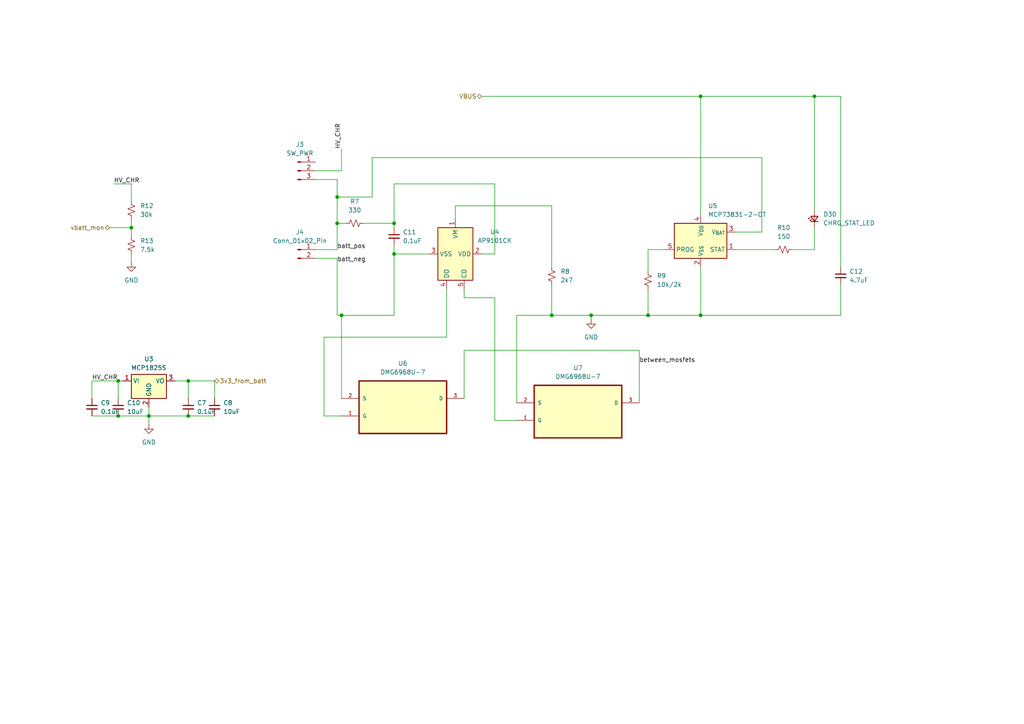
<source format=kicad_sch>
(kicad_sch (version 20250114) (generator "eeschema") (generator_version "9.0")
  (paper "A4")
  (lib_symbols
    (symbol "Battery_Management:AP9101CK"
      (property "Reference" "U" (at -7.62 6.35 0))
      (property "Value" "AP9101CK" (at 6.35 6.35 0))
      (symbol "AP9101CK_0_1"
        (rectangle (start -7.62 5.08) (end 7.62 -5.08) (stroke (width 0.254)) (fill (type background)))
      )
      (symbol "AP9101CK_1_1"
        (pin passive line (at -10.16 0 0) (length 2.54) (name "VM") (number "1"))
        (pin power_in line (at 0 7.62 270) (length 2.54) (name "VDD") (number "2"))
        (pin power_in line (at 0 -7.62 90) (length 2.54) (name "VSS") (number "3"))
        (pin output line (at 10.16 2.54 180) (length 2.54) (name "CO") (number "5"))
        (pin output line (at 10.16 -2.54 180) (length 2.54) (name "DO") (number "4"))
      )
    )
    (symbol "Battery_Management:MCP73831-2-OT"
      (property "Reference" "U" (at -7.62 6.35 0))
      (property "Value" "MCP73831-2-OT" (at 1.27 6.35 0))
      (symbol "MCP73831-2-OT_0_1"
        (rectangle (start -7.62 5.08) (end 7.62 -5.08) (stroke (width 0.254)) (fill (type background)))
      )
      (symbol "MCP73831-2-OT_1_1"
        (pin input line (at -10.16 -2.54 0) (length 2.54) (name "PROG") (number "5"))
        (pin power_in line (at 0 7.62 270) (length 2.54) (name "V_{DD}") (number "4"))
        (pin power_in line (at 0 -7.62 90) (length 2.54) (name "V_{SS}") (number "2"))
        (pin power_out line (at 10.16 2.54 180) (length 2.54) (name "V_{BAT}") (number "3"))
        (pin tri_state line (at 10.16 -2.54 180) (length 2.54) (name "STAT") (number "1"))
      )
    )
    (symbol "Connector:Conn_01x02_Pin" (pin_names (offset 1.016) (hide yes))
      (property "Reference" "J" (at 0 2.54 0))
      (property "Value" "Conn_01x02_Pin" (at 0 -5.08 0))
      (symbol "Conn_01x02_Pin_1_1"
        (rectangle (start 0.8636 0.127) (end 0 -0.127) (stroke (width 0.1524)) (fill (type outline)))
        (rectangle (start 0.8636 -2.413) (end 0 -2.667) (stroke (width 0.1524)) (fill (type outline)))
        (polyline (pts (xy 1.27 0) (xy 0.8636 0)) (stroke (width 0.1524)))
        (polyline (pts (xy 1.27 -2.54) (xy 0.8636 -2.54)) (stroke (width 0.1524)))
        (pin passive line (at 5.08 0 180) (length 3.81) (name "Pin_1") (number "1"))
        (pin passive line (at 5.08 -2.54 180) (length 3.81) (name "Pin_2") (number "2"))
      )
    )
    (symbol "Connector:Conn_01x03_Pin" (pin_names (offset 1.016) (hide yes))
      (property "Reference" "J" (at 0 5.08 0))
      (property "Value" "Conn_01x03_Pin" (at 0 -5.08 0))
      (symbol "Conn_01x03_Pin_1_1"
        (rectangle (start 0.8636 2.667) (end 0 2.413) (stroke (width 0.1524)) (fill (type outline)))
        (rectangle (start 0.8636 0.127) (end 0 -0.127) (stroke (width 0.1524)) (fill (type outline)))
        (rectangle (start 0.8636 -2.413) (end 0 -2.667) (stroke (width 0.1524)) (fill (type outline)))
        (polyline (pts (xy 1.27 2.54) (xy 0.8636 2.54)) (stroke (width 0.1524)))
        (polyline (pts (xy 1.27 0) (xy 0.8636 0)) (stroke (width 0.1524)))
        (polyline (pts (xy 1.27 -2.54) (xy 0.8636 -2.54)) (stroke (width 0.1524)))
        (pin passive line (at 5.08 2.54 180) (length 3.81) (name "Pin_1") (number "1"))
        (pin passive line (at 5.08 0 180) (length 3.81) (name "Pin_2") (number "2"))
        (pin passive line (at 5.08 -2.54 180) (length 3.81) (name "Pin_3") (number "3"))
      )
    )
    (symbol "DMG6968U-7:DMG6968U-7" (pin_names (offset 1.016))
      (property "Reference" "U" (at -5.3641 9.1266 0))
      (property "Value" "DMG6968U-7" (at -4.4977 -15.8054 0))
      (symbol "DMG6968U-7_0_0"
        (rectangle (start -12.7 -10.16) (end 12.7 5.08) (stroke (width 0.4064)) (fill (type background)))
        (pin passive line (at -17.78 0 0) (length 5.08) (name "S") (number "2"))
        (pin power_in line (at -17.78 -5.08 0) (length 5.08) (name "G") (number "1"))
        (pin output line (at 17.78 0 180) (length 5.08) (name "D") (number "3"))
      )
    )
    (symbol "Device:C_Small" (pin_numbers (hide yes)) (pin_names (offset 0.254) (hide yes))
      (property "Reference" "C" (at 0.254 1.778 0))
      (property "Value" "C_Small" (at 0.254 -2.032 0))
      (symbol "C_Small_0_1"
        (polyline (pts (xy -1.524 0.508) (xy 1.524 0.508)) (stroke (width 0.3048)))
        (polyline (pts (xy -1.524 -0.508) (xy 1.524 -0.508)) (stroke (width 0.3302)))
      )
      (symbol "C_Small_1_1"
        (pin passive line (at 0 2.54 270) (length 2.032) (name "~") (number "1"))
        (pin passive line (at 0 -2.54 90) (length 2.032) (name "~") (number "2"))
      )
    )
    (symbol "Device:LED_Small" (pin_numbers (hide yes)) (pin_names (offset 0.254) (hide yes))
      (property "Reference" "D" (at -1.27 3.175 0))
      (property "Value" "LED_Small" (at -4.445 -2.54 0))
      (symbol "LED_Small_0_1"
        (polyline (pts (xy -0.762 -1.016) (xy -0.762 1.016)) (stroke (width 0.254)))
        (polyline (pts (xy 0 0.762) (xy -0.508 1.27) (xy -0.254 1.27) (xy -0.508 1.27) (xy -0.508 1.016)))
        (polyline (pts (xy 0.508 1.27) (xy 0 1.778) (xy 0.254 1.778) (xy 0 1.778) (xy 0 1.524)))
        (polyline (pts (xy 0.762 -1.016) (xy -0.762 0) (xy 0.762 1.016) (xy 0.762 -1.016)) (stroke (width 0.254)))
        (polyline (pts (xy 1.016 0) (xy -0.762 0)))
      )
      (symbol "LED_Small_1_1"
        (pin passive line (at -2.54 0 0) (length 1.778) (name "K") (number "1"))
        (pin passive line (at 2.54 0 180) (length 1.778) (name "A") (number "2"))
      )
    )
    (symbol "Device:R_Small_US" (pin_numbers (hide yes)) (pin_names (offset 0.254) (hide yes))
      (property "Reference" "R" (at 0.762 0.508 0))
      (property "Value" "R_Small_US" (at 0.762 -1.016 0))
      (symbol "R_Small_US_1_1"
        (polyline (pts (xy 0 1.524) (xy 1.016 1.143) (xy 0 0.762) (xy -1.016 0.381) (xy 0 0)))
        (polyline (pts (xy 0 0) (xy 1.016 -0.381) (xy 0 -0.762) (xy -1.016 -1.143) (xy 0 -1.524)))
        (pin passive line (at 0 2.54 270) (length 1.016) (name "~") (number "1"))
        (pin passive line (at 0 -2.54 90) (length 1.016) (name "~") (number "2"))
      )
    )
    (symbol "Regulator_Linear:MCP1825S"
      (property "Reference" "U" (at -3.81 3.175 0))
      (property "Value" "MCP1825S" (at 0 3.175 0))
      (symbol "MCP1825S_0_1"
        (rectangle (start -5.08 1.905) (end 5.08 -5.08) (stroke (width 0.254)) (fill (type background)))
      )
      (symbol "MCP1825S_1_1"
        (pin power_in line (at -7.62 0 0) (length 2.54) (name "VI") (number "1"))
        (pin power_in line (at 0 -7.62 90) (length 2.54) (name "GND") (number "2"))
        (pin power_out line (at 7.62 0 180) (length 2.54) (name "VO") (number "3"))
      )
    )
    (symbol "power:GND" (power) (pin_numbers (hide yes)) (pin_names (offset 0) (hide yes))
      (property "Value" "GND" (at 0 -3.81 0))
      (symbol "GND_0_1"
        (polyline (pts (xy 0 0) (xy 0 -1.27) (xy 1.27 -1.27) (xy 0 -2.54) (xy -1.27 -1.27) (xy 0 -1.27)))
      )
      (symbol "GND_1_1"
        (pin power_in line (at 0 0 270) (length 0) (name "~") (number "1"))
      )
    )
  )
  (junction (at 187.96 91.44))
  (junction (at 43.18 120.65))
  (junction (at 54.61 120.65))
  (junction (at 114.3 73.66))
  (junction (at 203.2 27.94))
  (junction (at 236.22 27.94))
  (junction (at 54.61 110.49))
  (junction (at 171.45 91.44))
  (junction (at 97.79 64.77))
  (junction (at 99.06 91.44))
  (junction (at 97.79 57.15))
  (junction (at 34.29 120.65))
  (junction (at 114.3 64.77))
  (junction (at 160.02 91.44))
  (junction (at 38.1 66.04))
  (junction (at 34.29 110.49))
  (junction (at 203.2 91.44))
  (wire (pts (xy 236.22 60.96) (xy 236.22 27.94)))
  (wire (pts (xy 91.44 74.93) (xy 97.79 74.93)))
  (wire (pts (xy 54.61 110.49) (xy 62.23 110.49)))
  (wire (pts (xy 33.02 53.34) (xy 38.1 53.34)))
  (wire (pts (xy 26.67 120.65) (xy 34.29 120.65)))
  (wire (pts (xy 187.96 72.39) (xy 187.96 78.74)))
  (wire (pts (xy 220.98 45.72) (xy 107.95 45.72)))
  (wire (pts (xy 143.51 86.36) (xy 134.62 86.36)))
  (wire (pts (xy 132.08 59.69) (xy 160.02 59.69)))
  (wire (pts (xy 43.18 120.65) (xy 43.18 123.19)))
  (wire (pts (xy 114.3 53.34) (xy 114.3 64.77)))
  (wire (pts (xy 38.1 63.5) (xy 38.1 66.04)))
  (wire (pts (xy 114.3 64.77) (xy 105.41 64.77)))
  (wire (pts (xy 54.61 110.49) (xy 50.8 110.49)))
  (wire (pts (xy 143.51 53.34) (xy 114.3 53.34)))
  (wire (pts (xy 213.36 72.39) (xy 224.79 72.39)))
  (wire (pts (xy 26.67 110.49) (xy 26.67 115.57)))
  (wire (pts (xy 193.04 72.39) (xy 187.96 72.39)))
  (wire (pts (xy 149.86 116.84) (xy 149.86 91.44)))
  (wire (pts (xy 203.2 77.47) (xy 203.2 91.44)))
  (wire (pts (xy 229.87 72.39) (xy 236.22 72.39)))
  (wire (pts (xy 34.29 110.49) (xy 35.56 110.49)))
  (wire (pts (xy 203.2 27.94) (xy 203.2 62.23)))
  (wire (pts (xy 99.06 91.44) (xy 97.79 91.44)))
  (wire (pts (xy 185.42 101.6) (xy 185.42 116.84)))
  (wire (pts (xy 97.79 74.93) (xy 97.79 91.44)))
  (wire (pts (xy 99.06 49.53) (xy 99.06 43.18)))
  (wire (pts (xy 97.79 64.77) (xy 100.33 64.77)))
  (wire (pts (xy 187.96 83.82) (xy 187.96 91.44)))
  (wire (pts (xy 143.51 73.66) (xy 143.51 53.34)))
  (wire (pts (xy 91.44 49.53) (xy 99.06 49.53)))
  (wire (pts (xy 114.3 73.66) (xy 114.3 91.44)))
  (wire (pts (xy 38.1 73.66) (xy 38.1 76.2)))
  (wire (pts (xy 132.08 63.5) (xy 132.08 59.69)))
  (wire (pts (xy 139.7 27.94) (xy 203.2 27.94)))
  (wire (pts (xy 31.75 66.04) (xy 38.1 66.04)))
  (wire (pts (xy 149.86 91.44) (xy 160.02 91.44)))
  (wire (pts (xy 236.22 27.94) (xy 243.84 27.94)))
  (wire (pts (xy 243.84 91.44) (xy 203.2 91.44)))
  (wire (pts (xy 93.98 97.79) (xy 129.54 97.79)))
  (wire (pts (xy 93.98 120.65) (xy 93.98 97.79)))
  (wire (pts (xy 160.02 91.44) (xy 171.45 91.44)))
  (wire (pts (xy 62.23 110.49) (xy 62.23 115.57)))
  (wire (pts (xy 236.22 66.04) (xy 236.22 72.39)))
  (wire (pts (xy 236.22 27.94) (xy 203.2 27.94)))
  (wire (pts (xy 143.51 121.92) (xy 143.51 86.36)))
  (wire (pts (xy 139.7 73.66) (xy 143.51 73.66)))
  (wire (pts (xy 26.67 110.49) (xy 34.29 110.49)))
  (wire (pts (xy 54.61 120.65) (xy 62.23 120.65)))
  (wire (pts (xy 114.3 66.04) (xy 114.3 64.77)))
  (wire (pts (xy 134.62 101.6) (xy 185.42 101.6)))
  (wire (pts (xy 107.95 45.72) (xy 107.95 57.15)))
  (wire (pts (xy 171.45 91.44) (xy 171.45 92.71)))
  (wire (pts (xy 171.45 91.44) (xy 187.96 91.44)))
  (wire (pts (xy 213.36 67.31) (xy 220.98 67.31)))
  (wire (pts (xy 99.06 120.65) (xy 93.98 120.65)))
  (wire (pts (xy 134.62 115.57) (xy 134.62 101.6)))
  (wire (pts (xy 243.84 82.55) (xy 243.84 91.44)))
  (wire (pts (xy 97.79 64.77) (xy 97.79 72.39)))
  (wire (pts (xy 97.79 57.15) (xy 97.79 64.77)))
  (wire (pts (xy 43.18 120.65) (xy 54.61 120.65)))
  (wire (pts (xy 43.18 118.11) (xy 43.18 120.65)))
  (wire (pts (xy 149.86 121.92) (xy 143.51 121.92)))
  (wire (pts (xy 97.79 52.07) (xy 97.79 57.15)))
  (wire (pts (xy 97.79 72.39) (xy 91.44 72.39)))
  (wire (pts (xy 114.3 91.44) (xy 99.06 91.44)))
  (wire (pts (xy 34.29 120.65) (xy 43.18 120.65)))
  (wire (pts (xy 134.62 86.36) (xy 134.62 83.82)))
  (wire (pts (xy 99.06 91.44) (xy 99.06 115.57)))
  (wire (pts (xy 34.29 110.49) (xy 34.29 115.57)))
  (wire (pts (xy 129.54 97.79) (xy 129.54 83.82)))
  (wire (pts (xy 243.84 27.94) (xy 243.84 77.47)))
  (wire (pts (xy 220.98 67.31) (xy 220.98 45.72)))
  (wire (pts (xy 124.46 73.66) (xy 114.3 73.66)))
  (wire (pts (xy 54.61 115.57) (xy 54.61 110.49)))
  (wire (pts (xy 38.1 66.04) (xy 38.1 68.58)))
  (wire (pts (xy 160.02 59.69) (xy 160.02 77.47)))
  (wire (pts (xy 203.2 91.44) (xy 187.96 91.44)))
  (wire (pts (xy 107.95 57.15) (xy 97.79 57.15)))
  (wire (pts (xy 160.02 82.55) (xy 160.02 91.44)))
  (wire (pts (xy 91.44 52.07) (xy 97.79 52.07)))
  (wire (pts (xy 38.1 53.34) (xy 38.1 58.42)))
  (wire (pts (xy 114.3 73.66) (xy 114.3 71.12)))
  (label "batt_pos" (at 97.79 72.39 0))
  (label "HV_CHR" (at 33.02 53.34 0))
  (label "HV_CHR" (at 26.67 110.49 0))
  (label "between_mosfets" (at 185.42 105.41 0))
  (label "batt_neg" (at 97.79 76.2 0))
  (label "HV_CHR" (at 99.06 43.18 90))
  (hierarchical_label "vbatt_mon" (shape bidirectional) (at 31.75 66.04 180))
  (hierarchical_label "VBUS" (shape bidirectional) (at 139.7 27.94 180))
  (hierarchical_label "3v3_from_batt" (shape bidirectional) (at 62.23 110.49 0))
  (symbol (lib_id "Battery_Management:MCP73831-2-OT") (at 203.2 69.85 0) (unit 1)
    (property "Reference" "U5" (at 205.3433 59.69 0) (effects (justify left)))
    (property "Value" "MCP73831-2-OT" (at 205.3433 62.23 0) (effects (justify left)))
    (property "Footprint" "Package_TO_SOT_SMD:SOT-23-5" (effects (hide yes)))
    (property "Datasheet" "http://ww1.microchip.com/downloads/en/DeviceDoc/20001984g.pdf" (effects (hide yes)))
    (property "Description" "Single cell, Li-Ion/Li-Po charge management controller, 4.20V, Tri-State Status Output, in SOT23-5 package" (effects (hide yes)))
  )
  (symbol (lib_id "Device:R_Small_US") (at 160.02 80.01 0) (unit 1)
    (property "Reference" "R8" (at 162.56 78.7399 0) (effects (justify left)))
    (property "Value" "2k7" (at 162.56 81.2799 0) (effects (justify left)))
    (property "Footprint" "Resistor_SMD:R_0805_2012Metric_Pad1.20x1.40mm_HandSolder" (effects (hide yes)))
    (property "Description" "Resistor, small US symbol" (effects (hide yes)))
  )
  (symbol (lib_id "Battery_Management:AP9101CK") (at 132.08 73.66 270) (unit 1)
    (property "Reference" "U4" (at 143.51 67.2398 90))
    (property "Value" "AP9101CK" (at 143.51 69.7798 90))
    (property "Footprint" "Package_TO_SOT_SMD:SOT-23-5" (effects (hide yes)))
    (property "Datasheet" "https://www.diodes.com/assets/Datasheets/AP9101C.pdf" (effects (hide yes)))
    (property "Description" "Li+ Battery Protection IC for Single Cell Pack, SOT-23-5" (effects (hide yes)))
  )
  (symbol (lib_id "Connector:Conn_01x03_Pin") (at 86.36 49.53 0) (unit 1)
    (property "Reference" "J3" (at 86.995 41.91 0))
    (property "Value" "SW_PWR" (at 86.995 44.45 0))
    (property "Footprint" "Connector_PinHeader_2.54mm:PinHeader_1x03_P2.54mm_Vertical" (effects (hide yes)))
    (property "Description" "Generic connector, single row, 01x03, script generated" (effects (hide yes)))
  )
  (symbol (lib_id "DMG6968U-7:DMG6968U-7") (at 167.64 116.84 0) (unit 1)
    (property "Reference" "U7" (at 167.64 106.68 0))
    (property "Value" "DMG6968U-7" (at 167.64 109.22 0))
    (property "Footprint" "DMG6968U_7:SOT95P240X110-3N" (effects (hide yes)))
    (property "SUPPLIER" "Diodes Inc" (effects (hide yes)))
    (property "MPN" "DMG6968U-7" (effects (hide yes)))
    (property "OC_NEWARK" "12T2027" (effects (hide yes)))
    (property "PACKAGE" "SOT-23-3" (effects (hide yes)))
    (property "OC_FARNELL" "1843757" (effects (hide yes)))
  )
  (symbol (lib_id "Device:R_Small_US") (at 38.1 71.12 0) (unit 1)
    (property "Reference" "R13" (at 40.64 69.8499 0) (effects (justify left)))
    (property "Value" "7.5k" (at 40.64 72.3899 0) (effects (justify left)))
    (property "Footprint" "Resistor_SMD:R_0805_2012Metric_Pad1.20x1.40mm_HandSolder" (effects (hide yes)))
    (property "Description" "Resistor, small US symbol" (effects (hide yes)))
  )
  (symbol (lib_id "power:GND") (at 38.1 76.2 0) (unit 1)
    (property "Reference" "#PWR013" (effects (hide yes)))
    (property "Value" "GND" (at 38.1 81.28 0))
    (property "Description" "Power symbol creates a global label with name \"GND\" , ground" (effects (hide yes)))
  )
  (symbol (lib_id "Device:C_Small") (at 54.61 118.11 0) (unit 1)
    (property "Reference" "C7" (at 57.15 116.8462 0) (effects (justify left)))
    (property "Value" "0.1uF" (at 57.15 119.3862 0) (effects (justify left)))
    (property "Footprint" "Capacitor_SMD:C_0805_2012Metric_Pad1.18x1.45mm_HandSolder" (effects (hide yes)))
    (property "Description" "Unpolarized capacitor, small symbol" (effects (hide yes)))
  )
  (symbol (lib_id "DMG6968U-7:DMG6968U-7") (at 116.84 115.57 0) (unit 1)
    (property "Reference" "U6" (at 116.84 105.41 0))
    (property "Value" "DMG6968U-7" (at 116.84 107.95 0))
    (property "Footprint" "DMG6968U_7:SOT95P240X110-3N" (effects (hide yes)))
    (property "SUPPLIER" "Diodes Inc" (effects (hide yes)))
    (property "MPN" "DMG6968U-7" (effects (hide yes)))
    (property "OC_NEWARK" "12T2027" (effects (hide yes)))
    (property "PACKAGE" "SOT-23-3" (effects (hide yes)))
    (property "OC_FARNELL" "1843757" (effects (hide yes)))
  )
  (symbol (lib_id "Device:C_Small") (at 34.29 118.11 0) (unit 1)
    (property "Reference" "C10" (at 36.83 116.8462 0) (effects (justify left)))
    (property "Value" "10uF" (at 36.83 119.3862 0) (effects (justify left)))
    (property "Footprint" "Capacitor_SMD:C_0805_2012Metric_Pad1.18x1.45mm_HandSolder" (effects (hide yes)))
    (property "Description" "Unpolarized capacitor, small symbol" (effects (hide yes)))
  )
  (symbol (lib_id "Device:R_Small_US") (at 187.96 81.28 0) (unit 1)
    (property "Reference" "R9" (at 190.5 80.0099 0) (effects (justify left)))
    (property "Value" "10k/2k" (at 190.5 82.5499 0) (effects (justify left)))
    (property "Footprint" "Resistor_SMD:R_0805_2012Metric_Pad1.20x1.40mm_HandSolder" (effects (hide yes)))
    (property "Description" "Resistor, small US symbol" (effects (hide yes)))
  )
  (symbol (lib_id "Connector:Conn_01x02_Pin") (at 86.36 72.39 0) (unit 1)
    (property "Reference" "J4" (at 86.995 67.31 0))
    (property "Value" "Conn_01x02_Pin" (at 86.995 69.85 0))
    (property "Footprint" "Connector_JST:JST_PH_B2B-PH-K_1x02_P2.00mm_Vertical" (effects (hide yes)))
    (property "Description" "Generic connector, single row, 01x02, script generated" (effects (hide yes)))
  )
  (symbol (lib_id "Device:R_Small_US") (at 227.33 72.39 90) (unit 1)
    (property "Reference" "R10" (at 227.33 66.04 90))
    (property "Value" "150" (at 227.33 68.58 90))
    (property "Footprint" "Resistor_SMD:R_0805_2012Metric_Pad1.20x1.40mm_HandSolder" (effects (hide yes)))
    (property "Description" "Resistor, small US symbol" (effects (hide yes)))
  )
  (symbol (lib_id "Device:R_Small_US") (at 102.87 64.77 90) (unit 1)
    (property "Reference" "R7" (at 102.87 58.42 90))
    (property "Value" "330" (at 102.87 60.96 90))
    (property "Footprint" "Resistor_SMD:R_0805_2012Metric_Pad1.20x1.40mm_HandSolder" (effects (hide yes)))
    (property "Description" "Resistor, small US symbol" (effects (hide yes)))
  )
  (symbol (lib_id "Device:R_Small_US") (at 38.1 60.96 0) (unit 1)
    (property "Reference" "R12" (at 40.64 59.6899 0) (effects (justify left)))
    (property "Value" "30k" (at 40.64 62.2299 0) (effects (justify left)))
    (property "Footprint" "Resistor_SMD:R_0805_2012Metric_Pad1.20x1.40mm_HandSolder" (effects (hide yes)))
    (property "Description" "Resistor, small US symbol" (effects (hide yes)))
  )
  (symbol (lib_id "power:GND") (at 171.45 92.71 0) (unit 1)
    (property "Reference" "#PWR019" (effects (hide yes)))
    (property "Value" "GND" (at 171.45 97.79 0))
    (property "Description" "Power symbol creates a global label with name \"GND\" , ground" (effects (hide yes)))
  )
  (symbol (lib_id "power:GND") (at 43.18 123.19 0) (unit 1)
    (property "Reference" "#PWR017" (effects (hide yes)))
    (property "Value" "GND" (at 43.18 128.27 0))
    (property "Description" "Power symbol creates a global label with name \"GND\" , ground" (effects (hide yes)))
  )
  (symbol (lib_id "Device:C_Small") (at 114.3 68.58 0) (unit 1)
    (property "Reference" "C11" (at 116.84 67.3162 0) (effects (justify left)))
    (property "Value" "0.1uF" (at 116.84 69.8562 0) (effects (justify left)))
    (property "Footprint" "Capacitor_SMD:C_0805_2012Metric_Pad1.18x1.45mm_HandSolder" (effects (hide yes)))
    (property "Description" "Unpolarized capacitor, small symbol" (effects (hide yes)))
  )
  (symbol (lib_id "Regulator_Linear:MCP1825S") (at 43.18 110.49 0) (unit 1)
    (property "Reference" "U3" (at 43.18 104.14 0))
    (property "Value" "MCP1825S" (at 43.18 106.68 0))
    (property "Footprint" "Package_TO_SOT_SMD:SOT-223-3_TabPin2" (effects (hide yes)))
    (property "Datasheet" "http://ww1.microchip.com/downloads/en/devicedoc/22056b.pdf" (effects (hide yes)))
    (property "Description" "500mA, Low-Voltage, Low Quiescent Current LDO Regulator, SOT-223, TO-220, TO-263" (effects (hide yes)))
  )
  (symbol (lib_id "Device:C_Small") (at 243.84 80.01 0) (unit 1)
    (property "Reference" "C12" (at 246.38 78.7462 0) (effects (justify left)))
    (property "Value" "4.7uF" (at 246.38 81.2862 0) (effects (justify left)))
    (property "Footprint" "Capacitor_SMD:C_0805_2012Metric_Pad1.18x1.45mm_HandSolder" (effects (hide yes)))
    (property "Description" "Unpolarized capacitor, small symbol" (effects (hide yes)))
  )
  (symbol (lib_id "Device:LED_Small") (at 236.22 63.5 90) (unit 1)
    (property "Reference" "D30" (at 238.76 62.1664 90) (effects (justify right)))
    (property "Value" "CHRG_STAT_LED" (at 238.76 64.7064 90) (effects (justify right)))
    (property "Footprint" "LED_SMD:LED_0805_2012Metric_Pad1.15x1.40mm_HandSolder" (effects (hide yes)))
    (property "Description" "Light emitting diode, small symbol" (effects (hide yes)))
    (property "Sim.Pin" "1=K 2=A" (effects (hide yes)))
  )
  (symbol (lib_id "Device:C_Small") (at 26.67 118.11 0) (unit 1)
    (property "Reference" "C9" (at 29.21 116.8462 0) (effects (justify left)))
    (property "Value" "0.1uF" (at 29.21 119.3862 0) (effects (justify left)))
    (property "Footprint" "Capacitor_SMD:C_0805_2012Metric_Pad1.18x1.45mm_HandSolder" (effects (hide yes)))
    (property "Description" "Unpolarized capacitor, small symbol" (effects (hide yes)))
  )
  (symbol (lib_id "Device:C_Small") (at 62.23 118.11 0) (unit 1)
    (property "Reference" "C8" (at 64.77 116.8462 0) (effects (justify left)))
    (property "Value" "10uF" (at 64.77 119.3862 0) (effects (justify left)))
    (property "Footprint" "Capacitor_SMD:C_0805_2012Metric_Pad1.18x1.45mm_HandSolder" (effects (hide yes)))
    (property "Description" "Unpolarized capacitor, small symbol" (effects (hide yes)))
  )
)
</source>
